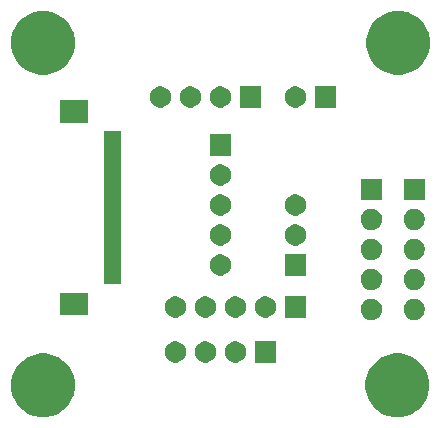
<source format=gbr>
G04 #@! TF.GenerationSoftware,KiCad,Pcbnew,5.1.5*
G04 #@! TF.CreationDate,2020-04-09T00:42:44+02:00*
G04 #@! TF.ProjectId,debug_control_board,64656275-675f-4636-9f6e-74726f6c5f62,rev?*
G04 #@! TF.SameCoordinates,Original*
G04 #@! TF.FileFunction,Soldermask,Bot*
G04 #@! TF.FilePolarity,Negative*
%FSLAX46Y46*%
G04 Gerber Fmt 4.6, Leading zero omitted, Abs format (unit mm)*
G04 Created by KiCad (PCBNEW 5.1.5) date 2020-04-09 00:42:44*
%MOMM*%
%LPD*%
G04 APERTURE LIST*
%ADD10C,0.100000*%
G04 APERTURE END LIST*
D10*
G36*
X147087852Y-100302797D02*
G01*
X147579402Y-100506404D01*
X147579403Y-100506405D01*
X148021787Y-100801996D01*
X148398004Y-101178213D01*
X148595512Y-101473805D01*
X148693596Y-101620598D01*
X148897203Y-102112148D01*
X149001000Y-102633973D01*
X149001000Y-103166027D01*
X148897203Y-103687852D01*
X148693596Y-104179402D01*
X148693595Y-104179403D01*
X148398004Y-104621787D01*
X148021787Y-104998004D01*
X147726195Y-105195512D01*
X147579402Y-105293596D01*
X147087852Y-105497203D01*
X146566027Y-105601000D01*
X146033973Y-105601000D01*
X145512148Y-105497203D01*
X145020598Y-105293596D01*
X144873805Y-105195512D01*
X144578213Y-104998004D01*
X144201996Y-104621787D01*
X143906405Y-104179403D01*
X143906404Y-104179402D01*
X143702797Y-103687852D01*
X143599000Y-103166027D01*
X143599000Y-102633973D01*
X143702797Y-102112148D01*
X143906404Y-101620598D01*
X144004488Y-101473805D01*
X144201996Y-101178213D01*
X144578213Y-100801996D01*
X145020597Y-100506405D01*
X145020598Y-100506404D01*
X145512148Y-100302797D01*
X146033973Y-100199000D01*
X146566027Y-100199000D01*
X147087852Y-100302797D01*
G37*
G36*
X117087852Y-100302797D02*
G01*
X117579402Y-100506404D01*
X117579403Y-100506405D01*
X118021787Y-100801996D01*
X118398004Y-101178213D01*
X118595512Y-101473805D01*
X118693596Y-101620598D01*
X118897203Y-102112148D01*
X119001000Y-102633973D01*
X119001000Y-103166027D01*
X118897203Y-103687852D01*
X118693596Y-104179402D01*
X118693595Y-104179403D01*
X118398004Y-104621787D01*
X118021787Y-104998004D01*
X117726195Y-105195512D01*
X117579402Y-105293596D01*
X117087852Y-105497203D01*
X116566027Y-105601000D01*
X116033973Y-105601000D01*
X115512148Y-105497203D01*
X115020598Y-105293596D01*
X114873805Y-105195512D01*
X114578213Y-104998004D01*
X114201996Y-104621787D01*
X113906405Y-104179403D01*
X113906404Y-104179402D01*
X113702797Y-103687852D01*
X113599000Y-103166027D01*
X113599000Y-102633973D01*
X113702797Y-102112148D01*
X113906404Y-101620598D01*
X114004488Y-101473805D01*
X114201996Y-101178213D01*
X114578213Y-100801996D01*
X115020597Y-100506405D01*
X115020598Y-100506404D01*
X115512148Y-100302797D01*
X116033973Y-100199000D01*
X116566027Y-100199000D01*
X117087852Y-100302797D01*
G37*
G36*
X132701512Y-99179927D02*
G01*
X132850812Y-99209624D01*
X133014784Y-99277544D01*
X133162354Y-99376147D01*
X133287853Y-99501646D01*
X133386456Y-99649216D01*
X133454376Y-99813188D01*
X133489000Y-99987259D01*
X133489000Y-100164741D01*
X133454376Y-100338812D01*
X133386456Y-100502784D01*
X133287853Y-100650354D01*
X133162354Y-100775853D01*
X133014784Y-100874456D01*
X132850812Y-100942376D01*
X132701512Y-100972073D01*
X132676742Y-100977000D01*
X132499258Y-100977000D01*
X132474488Y-100972073D01*
X132325188Y-100942376D01*
X132161216Y-100874456D01*
X132013646Y-100775853D01*
X131888147Y-100650354D01*
X131789544Y-100502784D01*
X131721624Y-100338812D01*
X131687000Y-100164741D01*
X131687000Y-99987259D01*
X131721624Y-99813188D01*
X131789544Y-99649216D01*
X131888147Y-99501646D01*
X132013646Y-99376147D01*
X132161216Y-99277544D01*
X132325188Y-99209624D01*
X132474488Y-99179927D01*
X132499258Y-99175000D01*
X132676742Y-99175000D01*
X132701512Y-99179927D01*
G37*
G36*
X130161512Y-99179927D02*
G01*
X130310812Y-99209624D01*
X130474784Y-99277544D01*
X130622354Y-99376147D01*
X130747853Y-99501646D01*
X130846456Y-99649216D01*
X130914376Y-99813188D01*
X130949000Y-99987259D01*
X130949000Y-100164741D01*
X130914376Y-100338812D01*
X130846456Y-100502784D01*
X130747853Y-100650354D01*
X130622354Y-100775853D01*
X130474784Y-100874456D01*
X130310812Y-100942376D01*
X130161512Y-100972073D01*
X130136742Y-100977000D01*
X129959258Y-100977000D01*
X129934488Y-100972073D01*
X129785188Y-100942376D01*
X129621216Y-100874456D01*
X129473646Y-100775853D01*
X129348147Y-100650354D01*
X129249544Y-100502784D01*
X129181624Y-100338812D01*
X129147000Y-100164741D01*
X129147000Y-99987259D01*
X129181624Y-99813188D01*
X129249544Y-99649216D01*
X129348147Y-99501646D01*
X129473646Y-99376147D01*
X129621216Y-99277544D01*
X129785188Y-99209624D01*
X129934488Y-99179927D01*
X129959258Y-99175000D01*
X130136742Y-99175000D01*
X130161512Y-99179927D01*
G37*
G36*
X127621512Y-99179927D02*
G01*
X127770812Y-99209624D01*
X127934784Y-99277544D01*
X128082354Y-99376147D01*
X128207853Y-99501646D01*
X128306456Y-99649216D01*
X128374376Y-99813188D01*
X128409000Y-99987259D01*
X128409000Y-100164741D01*
X128374376Y-100338812D01*
X128306456Y-100502784D01*
X128207853Y-100650354D01*
X128082354Y-100775853D01*
X127934784Y-100874456D01*
X127770812Y-100942376D01*
X127621512Y-100972073D01*
X127596742Y-100977000D01*
X127419258Y-100977000D01*
X127394488Y-100972073D01*
X127245188Y-100942376D01*
X127081216Y-100874456D01*
X126933646Y-100775853D01*
X126808147Y-100650354D01*
X126709544Y-100502784D01*
X126641624Y-100338812D01*
X126607000Y-100164741D01*
X126607000Y-99987259D01*
X126641624Y-99813188D01*
X126709544Y-99649216D01*
X126808147Y-99501646D01*
X126933646Y-99376147D01*
X127081216Y-99277544D01*
X127245188Y-99209624D01*
X127394488Y-99179927D01*
X127419258Y-99175000D01*
X127596742Y-99175000D01*
X127621512Y-99179927D01*
G37*
G36*
X136029000Y-100977000D02*
G01*
X134227000Y-100977000D01*
X134227000Y-99175000D01*
X136029000Y-99175000D01*
X136029000Y-100977000D01*
G37*
G36*
X147840513Y-95568928D02*
G01*
X147989813Y-95598625D01*
X148153785Y-95666545D01*
X148301355Y-95765148D01*
X148426854Y-95890647D01*
X148525457Y-96038217D01*
X148593377Y-96202189D01*
X148628001Y-96376260D01*
X148628001Y-96553742D01*
X148593377Y-96727813D01*
X148525457Y-96891785D01*
X148426854Y-97039355D01*
X148301355Y-97164854D01*
X148153785Y-97263457D01*
X147989813Y-97331377D01*
X147840513Y-97361074D01*
X147815743Y-97366001D01*
X147638259Y-97366001D01*
X147613489Y-97361074D01*
X147464189Y-97331377D01*
X147300217Y-97263457D01*
X147152647Y-97164854D01*
X147027148Y-97039355D01*
X146928545Y-96891785D01*
X146860625Y-96727813D01*
X146826001Y-96553742D01*
X146826001Y-96376260D01*
X146860625Y-96202189D01*
X146928545Y-96038217D01*
X147027148Y-95890647D01*
X147152647Y-95765148D01*
X147300217Y-95666545D01*
X147464189Y-95598625D01*
X147613489Y-95568928D01*
X147638259Y-95564001D01*
X147815743Y-95564001D01*
X147840513Y-95568928D01*
G37*
G36*
X144206513Y-95568928D02*
G01*
X144355813Y-95598625D01*
X144519785Y-95666545D01*
X144667355Y-95765148D01*
X144792854Y-95890647D01*
X144891457Y-96038217D01*
X144959377Y-96202189D01*
X144994001Y-96376260D01*
X144994001Y-96553742D01*
X144959377Y-96727813D01*
X144891457Y-96891785D01*
X144792854Y-97039355D01*
X144667355Y-97164854D01*
X144519785Y-97263457D01*
X144355813Y-97331377D01*
X144206513Y-97361074D01*
X144181743Y-97366001D01*
X144004259Y-97366001D01*
X143979489Y-97361074D01*
X143830189Y-97331377D01*
X143666217Y-97263457D01*
X143518647Y-97164854D01*
X143393148Y-97039355D01*
X143294545Y-96891785D01*
X143226625Y-96727813D01*
X143192001Y-96553742D01*
X143192001Y-96376260D01*
X143226625Y-96202189D01*
X143294545Y-96038217D01*
X143393148Y-95890647D01*
X143518647Y-95765148D01*
X143666217Y-95666545D01*
X143830189Y-95598625D01*
X143979489Y-95568928D01*
X144004259Y-95564001D01*
X144181743Y-95564001D01*
X144206513Y-95568928D01*
G37*
G36*
X132701512Y-95369927D02*
G01*
X132850812Y-95399624D01*
X133014784Y-95467544D01*
X133162354Y-95566147D01*
X133287853Y-95691646D01*
X133386456Y-95839216D01*
X133454376Y-96003188D01*
X133489000Y-96177259D01*
X133489000Y-96354741D01*
X133454376Y-96528812D01*
X133386456Y-96692784D01*
X133287853Y-96840354D01*
X133162354Y-96965853D01*
X133014784Y-97064456D01*
X132850812Y-97132376D01*
X132701512Y-97162073D01*
X132676742Y-97167000D01*
X132499258Y-97167000D01*
X132474488Y-97162073D01*
X132325188Y-97132376D01*
X132161216Y-97064456D01*
X132013646Y-96965853D01*
X131888147Y-96840354D01*
X131789544Y-96692784D01*
X131721624Y-96528812D01*
X131687000Y-96354741D01*
X131687000Y-96177259D01*
X131721624Y-96003188D01*
X131789544Y-95839216D01*
X131888147Y-95691646D01*
X132013646Y-95566147D01*
X132161216Y-95467544D01*
X132325188Y-95399624D01*
X132474488Y-95369927D01*
X132499258Y-95365000D01*
X132676742Y-95365000D01*
X132701512Y-95369927D01*
G37*
G36*
X135241512Y-95369927D02*
G01*
X135390812Y-95399624D01*
X135554784Y-95467544D01*
X135702354Y-95566147D01*
X135827853Y-95691646D01*
X135926456Y-95839216D01*
X135994376Y-96003188D01*
X136029000Y-96177259D01*
X136029000Y-96354741D01*
X135994376Y-96528812D01*
X135926456Y-96692784D01*
X135827853Y-96840354D01*
X135702354Y-96965853D01*
X135554784Y-97064456D01*
X135390812Y-97132376D01*
X135241512Y-97162073D01*
X135216742Y-97167000D01*
X135039258Y-97167000D01*
X135014488Y-97162073D01*
X134865188Y-97132376D01*
X134701216Y-97064456D01*
X134553646Y-96965853D01*
X134428147Y-96840354D01*
X134329544Y-96692784D01*
X134261624Y-96528812D01*
X134227000Y-96354741D01*
X134227000Y-96177259D01*
X134261624Y-96003188D01*
X134329544Y-95839216D01*
X134428147Y-95691646D01*
X134553646Y-95566147D01*
X134701216Y-95467544D01*
X134865188Y-95399624D01*
X135014488Y-95369927D01*
X135039258Y-95365000D01*
X135216742Y-95365000D01*
X135241512Y-95369927D01*
G37*
G36*
X130161512Y-95369927D02*
G01*
X130310812Y-95399624D01*
X130474784Y-95467544D01*
X130622354Y-95566147D01*
X130747853Y-95691646D01*
X130846456Y-95839216D01*
X130914376Y-96003188D01*
X130949000Y-96177259D01*
X130949000Y-96354741D01*
X130914376Y-96528812D01*
X130846456Y-96692784D01*
X130747853Y-96840354D01*
X130622354Y-96965853D01*
X130474784Y-97064456D01*
X130310812Y-97132376D01*
X130161512Y-97162073D01*
X130136742Y-97167000D01*
X129959258Y-97167000D01*
X129934488Y-97162073D01*
X129785188Y-97132376D01*
X129621216Y-97064456D01*
X129473646Y-96965853D01*
X129348147Y-96840354D01*
X129249544Y-96692784D01*
X129181624Y-96528812D01*
X129147000Y-96354741D01*
X129147000Y-96177259D01*
X129181624Y-96003188D01*
X129249544Y-95839216D01*
X129348147Y-95691646D01*
X129473646Y-95566147D01*
X129621216Y-95467544D01*
X129785188Y-95399624D01*
X129934488Y-95369927D01*
X129959258Y-95365000D01*
X130136742Y-95365000D01*
X130161512Y-95369927D01*
G37*
G36*
X127621512Y-95369927D02*
G01*
X127770812Y-95399624D01*
X127934784Y-95467544D01*
X128082354Y-95566147D01*
X128207853Y-95691646D01*
X128306456Y-95839216D01*
X128374376Y-96003188D01*
X128409000Y-96177259D01*
X128409000Y-96354741D01*
X128374376Y-96528812D01*
X128306456Y-96692784D01*
X128207853Y-96840354D01*
X128082354Y-96965853D01*
X127934784Y-97064456D01*
X127770812Y-97132376D01*
X127621512Y-97162073D01*
X127596742Y-97167000D01*
X127419258Y-97167000D01*
X127394488Y-97162073D01*
X127245188Y-97132376D01*
X127081216Y-97064456D01*
X126933646Y-96965853D01*
X126808147Y-96840354D01*
X126709544Y-96692784D01*
X126641624Y-96528812D01*
X126607000Y-96354741D01*
X126607000Y-96177259D01*
X126641624Y-96003188D01*
X126709544Y-95839216D01*
X126808147Y-95691646D01*
X126933646Y-95566147D01*
X127081216Y-95467544D01*
X127245188Y-95399624D01*
X127394488Y-95369927D01*
X127419258Y-95365000D01*
X127596742Y-95365000D01*
X127621512Y-95369927D01*
G37*
G36*
X138569000Y-97167000D02*
G01*
X136767000Y-97167000D01*
X136767000Y-95365000D01*
X138569000Y-95365000D01*
X138569000Y-97167000D01*
G37*
G36*
X120081000Y-96951000D02*
G01*
X117779000Y-96951000D01*
X117779000Y-95049000D01*
X120081000Y-95049000D01*
X120081000Y-96951000D01*
G37*
G36*
X144206513Y-93028928D02*
G01*
X144355813Y-93058625D01*
X144519785Y-93126545D01*
X144667355Y-93225148D01*
X144792854Y-93350647D01*
X144891457Y-93498217D01*
X144959377Y-93662189D01*
X144994001Y-93836260D01*
X144994001Y-94013742D01*
X144959377Y-94187813D01*
X144891457Y-94351785D01*
X144792854Y-94499355D01*
X144667355Y-94624854D01*
X144519785Y-94723457D01*
X144355813Y-94791377D01*
X144206513Y-94821074D01*
X144181743Y-94826001D01*
X144004259Y-94826001D01*
X143979489Y-94821074D01*
X143830189Y-94791377D01*
X143666217Y-94723457D01*
X143518647Y-94624854D01*
X143393148Y-94499355D01*
X143294545Y-94351785D01*
X143226625Y-94187813D01*
X143192001Y-94013742D01*
X143192001Y-93836260D01*
X143226625Y-93662189D01*
X143294545Y-93498217D01*
X143393148Y-93350647D01*
X143518647Y-93225148D01*
X143666217Y-93126545D01*
X143830189Y-93058625D01*
X143979489Y-93028928D01*
X144004259Y-93024001D01*
X144181743Y-93024001D01*
X144206513Y-93028928D01*
G37*
G36*
X147840513Y-93028928D02*
G01*
X147989813Y-93058625D01*
X148153785Y-93126545D01*
X148301355Y-93225148D01*
X148426854Y-93350647D01*
X148525457Y-93498217D01*
X148593377Y-93662189D01*
X148628001Y-93836260D01*
X148628001Y-94013742D01*
X148593377Y-94187813D01*
X148525457Y-94351785D01*
X148426854Y-94499355D01*
X148301355Y-94624854D01*
X148153785Y-94723457D01*
X147989813Y-94791377D01*
X147840513Y-94821074D01*
X147815743Y-94826001D01*
X147638259Y-94826001D01*
X147613489Y-94821074D01*
X147464189Y-94791377D01*
X147300217Y-94723457D01*
X147152647Y-94624854D01*
X147027148Y-94499355D01*
X146928545Y-94351785D01*
X146860625Y-94187813D01*
X146826001Y-94013742D01*
X146826001Y-93836260D01*
X146860625Y-93662189D01*
X146928545Y-93498217D01*
X147027148Y-93350647D01*
X147152647Y-93225148D01*
X147300217Y-93126545D01*
X147464189Y-93058625D01*
X147613489Y-93028928D01*
X147638259Y-93024001D01*
X147815743Y-93024001D01*
X147840513Y-93028928D01*
G37*
G36*
X122881000Y-94301000D02*
G01*
X121479000Y-94301000D01*
X121479000Y-81399000D01*
X122881000Y-81399000D01*
X122881000Y-94301000D01*
G37*
G36*
X131431512Y-91813927D02*
G01*
X131580812Y-91843624D01*
X131744784Y-91911544D01*
X131892354Y-92010147D01*
X132017853Y-92135646D01*
X132116456Y-92283216D01*
X132184376Y-92447188D01*
X132219000Y-92621259D01*
X132219000Y-92798741D01*
X132184376Y-92972812D01*
X132116456Y-93136784D01*
X132017853Y-93284354D01*
X131892354Y-93409853D01*
X131744784Y-93508456D01*
X131580812Y-93576376D01*
X131431512Y-93606073D01*
X131406742Y-93611000D01*
X131229258Y-93611000D01*
X131204488Y-93606073D01*
X131055188Y-93576376D01*
X130891216Y-93508456D01*
X130743646Y-93409853D01*
X130618147Y-93284354D01*
X130519544Y-93136784D01*
X130451624Y-92972812D01*
X130417000Y-92798741D01*
X130417000Y-92621259D01*
X130451624Y-92447188D01*
X130519544Y-92283216D01*
X130618147Y-92135646D01*
X130743646Y-92010147D01*
X130891216Y-91911544D01*
X131055188Y-91843624D01*
X131204488Y-91813927D01*
X131229258Y-91809000D01*
X131406742Y-91809000D01*
X131431512Y-91813927D01*
G37*
G36*
X138569000Y-93611000D02*
G01*
X136767000Y-93611000D01*
X136767000Y-91809000D01*
X138569000Y-91809000D01*
X138569000Y-93611000D01*
G37*
G36*
X147840513Y-90488928D02*
G01*
X147989813Y-90518625D01*
X148153785Y-90586545D01*
X148301355Y-90685148D01*
X148426854Y-90810647D01*
X148525457Y-90958217D01*
X148593377Y-91122189D01*
X148628001Y-91296260D01*
X148628001Y-91473742D01*
X148593377Y-91647813D01*
X148525457Y-91811785D01*
X148426854Y-91959355D01*
X148301355Y-92084854D01*
X148153785Y-92183457D01*
X147989813Y-92251377D01*
X147840513Y-92281074D01*
X147815743Y-92286001D01*
X147638259Y-92286001D01*
X147613489Y-92281074D01*
X147464189Y-92251377D01*
X147300217Y-92183457D01*
X147152647Y-92084854D01*
X147027148Y-91959355D01*
X146928545Y-91811785D01*
X146860625Y-91647813D01*
X146826001Y-91473742D01*
X146826001Y-91296260D01*
X146860625Y-91122189D01*
X146928545Y-90958217D01*
X147027148Y-90810647D01*
X147152647Y-90685148D01*
X147300217Y-90586545D01*
X147464189Y-90518625D01*
X147613489Y-90488928D01*
X147638259Y-90484001D01*
X147815743Y-90484001D01*
X147840513Y-90488928D01*
G37*
G36*
X144206513Y-90488928D02*
G01*
X144355813Y-90518625D01*
X144519785Y-90586545D01*
X144667355Y-90685148D01*
X144792854Y-90810647D01*
X144891457Y-90958217D01*
X144959377Y-91122189D01*
X144994001Y-91296260D01*
X144994001Y-91473742D01*
X144959377Y-91647813D01*
X144891457Y-91811785D01*
X144792854Y-91959355D01*
X144667355Y-92084854D01*
X144519785Y-92183457D01*
X144355813Y-92251377D01*
X144206513Y-92281074D01*
X144181743Y-92286001D01*
X144004259Y-92286001D01*
X143979489Y-92281074D01*
X143830189Y-92251377D01*
X143666217Y-92183457D01*
X143518647Y-92084854D01*
X143393148Y-91959355D01*
X143294545Y-91811785D01*
X143226625Y-91647813D01*
X143192001Y-91473742D01*
X143192001Y-91296260D01*
X143226625Y-91122189D01*
X143294545Y-90958217D01*
X143393148Y-90810647D01*
X143518647Y-90685148D01*
X143666217Y-90586545D01*
X143830189Y-90518625D01*
X143979489Y-90488928D01*
X144004259Y-90484001D01*
X144181743Y-90484001D01*
X144206513Y-90488928D01*
G37*
G36*
X137781512Y-89273927D02*
G01*
X137930812Y-89303624D01*
X138094784Y-89371544D01*
X138242354Y-89470147D01*
X138367853Y-89595646D01*
X138466456Y-89743216D01*
X138534376Y-89907188D01*
X138569000Y-90081259D01*
X138569000Y-90258741D01*
X138534376Y-90432812D01*
X138466456Y-90596784D01*
X138367853Y-90744354D01*
X138242354Y-90869853D01*
X138094784Y-90968456D01*
X137930812Y-91036376D01*
X137781512Y-91066073D01*
X137756742Y-91071000D01*
X137579258Y-91071000D01*
X137554488Y-91066073D01*
X137405188Y-91036376D01*
X137241216Y-90968456D01*
X137093646Y-90869853D01*
X136968147Y-90744354D01*
X136869544Y-90596784D01*
X136801624Y-90432812D01*
X136767000Y-90258741D01*
X136767000Y-90081259D01*
X136801624Y-89907188D01*
X136869544Y-89743216D01*
X136968147Y-89595646D01*
X137093646Y-89470147D01*
X137241216Y-89371544D01*
X137405188Y-89303624D01*
X137554488Y-89273927D01*
X137579258Y-89269000D01*
X137756742Y-89269000D01*
X137781512Y-89273927D01*
G37*
G36*
X131431512Y-89273927D02*
G01*
X131580812Y-89303624D01*
X131744784Y-89371544D01*
X131892354Y-89470147D01*
X132017853Y-89595646D01*
X132116456Y-89743216D01*
X132184376Y-89907188D01*
X132219000Y-90081259D01*
X132219000Y-90258741D01*
X132184376Y-90432812D01*
X132116456Y-90596784D01*
X132017853Y-90744354D01*
X131892354Y-90869853D01*
X131744784Y-90968456D01*
X131580812Y-91036376D01*
X131431512Y-91066073D01*
X131406742Y-91071000D01*
X131229258Y-91071000D01*
X131204488Y-91066073D01*
X131055188Y-91036376D01*
X130891216Y-90968456D01*
X130743646Y-90869853D01*
X130618147Y-90744354D01*
X130519544Y-90596784D01*
X130451624Y-90432812D01*
X130417000Y-90258741D01*
X130417000Y-90081259D01*
X130451624Y-89907188D01*
X130519544Y-89743216D01*
X130618147Y-89595646D01*
X130743646Y-89470147D01*
X130891216Y-89371544D01*
X131055188Y-89303624D01*
X131204488Y-89273927D01*
X131229258Y-89269000D01*
X131406742Y-89269000D01*
X131431512Y-89273927D01*
G37*
G36*
X144206513Y-87948928D02*
G01*
X144355813Y-87978625D01*
X144519785Y-88046545D01*
X144667355Y-88145148D01*
X144792854Y-88270647D01*
X144891457Y-88418217D01*
X144959377Y-88582189D01*
X144994001Y-88756260D01*
X144994001Y-88933742D01*
X144959377Y-89107813D01*
X144891457Y-89271785D01*
X144792854Y-89419355D01*
X144667355Y-89544854D01*
X144519785Y-89643457D01*
X144355813Y-89711377D01*
X144206513Y-89741074D01*
X144181743Y-89746001D01*
X144004259Y-89746001D01*
X143979489Y-89741074D01*
X143830189Y-89711377D01*
X143666217Y-89643457D01*
X143518647Y-89544854D01*
X143393148Y-89419355D01*
X143294545Y-89271785D01*
X143226625Y-89107813D01*
X143192001Y-88933742D01*
X143192001Y-88756260D01*
X143226625Y-88582189D01*
X143294545Y-88418217D01*
X143393148Y-88270647D01*
X143518647Y-88145148D01*
X143666217Y-88046545D01*
X143830189Y-87978625D01*
X143979489Y-87948928D01*
X144004259Y-87944001D01*
X144181743Y-87944001D01*
X144206513Y-87948928D01*
G37*
G36*
X147840513Y-87948928D02*
G01*
X147989813Y-87978625D01*
X148153785Y-88046545D01*
X148301355Y-88145148D01*
X148426854Y-88270647D01*
X148525457Y-88418217D01*
X148593377Y-88582189D01*
X148628001Y-88756260D01*
X148628001Y-88933742D01*
X148593377Y-89107813D01*
X148525457Y-89271785D01*
X148426854Y-89419355D01*
X148301355Y-89544854D01*
X148153785Y-89643457D01*
X147989813Y-89711377D01*
X147840513Y-89741074D01*
X147815743Y-89746001D01*
X147638259Y-89746001D01*
X147613489Y-89741074D01*
X147464189Y-89711377D01*
X147300217Y-89643457D01*
X147152647Y-89544854D01*
X147027148Y-89419355D01*
X146928545Y-89271785D01*
X146860625Y-89107813D01*
X146826001Y-88933742D01*
X146826001Y-88756260D01*
X146860625Y-88582189D01*
X146928545Y-88418217D01*
X147027148Y-88270647D01*
X147152647Y-88145148D01*
X147300217Y-88046545D01*
X147464189Y-87978625D01*
X147613489Y-87948928D01*
X147638259Y-87944001D01*
X147815743Y-87944001D01*
X147840513Y-87948928D01*
G37*
G36*
X137781512Y-86733927D02*
G01*
X137930812Y-86763624D01*
X138094784Y-86831544D01*
X138242354Y-86930147D01*
X138367853Y-87055646D01*
X138466456Y-87203216D01*
X138534376Y-87367188D01*
X138569000Y-87541259D01*
X138569000Y-87718741D01*
X138534376Y-87892812D01*
X138466456Y-88056784D01*
X138367853Y-88204354D01*
X138242354Y-88329853D01*
X138094784Y-88428456D01*
X137930812Y-88496376D01*
X137781512Y-88526073D01*
X137756742Y-88531000D01*
X137579258Y-88531000D01*
X137554488Y-88526073D01*
X137405188Y-88496376D01*
X137241216Y-88428456D01*
X137093646Y-88329853D01*
X136968147Y-88204354D01*
X136869544Y-88056784D01*
X136801624Y-87892812D01*
X136767000Y-87718741D01*
X136767000Y-87541259D01*
X136801624Y-87367188D01*
X136869544Y-87203216D01*
X136968147Y-87055646D01*
X137093646Y-86930147D01*
X137241216Y-86831544D01*
X137405188Y-86763624D01*
X137554488Y-86733927D01*
X137579258Y-86729000D01*
X137756742Y-86729000D01*
X137781512Y-86733927D01*
G37*
G36*
X131431512Y-86733927D02*
G01*
X131580812Y-86763624D01*
X131744784Y-86831544D01*
X131892354Y-86930147D01*
X132017853Y-87055646D01*
X132116456Y-87203216D01*
X132184376Y-87367188D01*
X132219000Y-87541259D01*
X132219000Y-87718741D01*
X132184376Y-87892812D01*
X132116456Y-88056784D01*
X132017853Y-88204354D01*
X131892354Y-88329853D01*
X131744784Y-88428456D01*
X131580812Y-88496376D01*
X131431512Y-88526073D01*
X131406742Y-88531000D01*
X131229258Y-88531000D01*
X131204488Y-88526073D01*
X131055188Y-88496376D01*
X130891216Y-88428456D01*
X130743646Y-88329853D01*
X130618147Y-88204354D01*
X130519544Y-88056784D01*
X130451624Y-87892812D01*
X130417000Y-87718741D01*
X130417000Y-87541259D01*
X130451624Y-87367188D01*
X130519544Y-87203216D01*
X130618147Y-87055646D01*
X130743646Y-86930147D01*
X130891216Y-86831544D01*
X131055188Y-86763624D01*
X131204488Y-86733927D01*
X131229258Y-86729000D01*
X131406742Y-86729000D01*
X131431512Y-86733927D01*
G37*
G36*
X144994001Y-87206001D02*
G01*
X143192001Y-87206001D01*
X143192001Y-85404001D01*
X144994001Y-85404001D01*
X144994001Y-87206001D01*
G37*
G36*
X148628001Y-87206001D02*
G01*
X146826001Y-87206001D01*
X146826001Y-85404001D01*
X148628001Y-85404001D01*
X148628001Y-87206001D01*
G37*
G36*
X131431512Y-84193927D02*
G01*
X131580812Y-84223624D01*
X131744784Y-84291544D01*
X131892354Y-84390147D01*
X132017853Y-84515646D01*
X132116456Y-84663216D01*
X132184376Y-84827188D01*
X132219000Y-85001259D01*
X132219000Y-85178741D01*
X132184376Y-85352812D01*
X132116456Y-85516784D01*
X132017853Y-85664354D01*
X131892354Y-85789853D01*
X131744784Y-85888456D01*
X131580812Y-85956376D01*
X131431512Y-85986073D01*
X131406742Y-85991000D01*
X131229258Y-85991000D01*
X131204488Y-85986073D01*
X131055188Y-85956376D01*
X130891216Y-85888456D01*
X130743646Y-85789853D01*
X130618147Y-85664354D01*
X130519544Y-85516784D01*
X130451624Y-85352812D01*
X130417000Y-85178741D01*
X130417000Y-85001259D01*
X130451624Y-84827188D01*
X130519544Y-84663216D01*
X130618147Y-84515646D01*
X130743646Y-84390147D01*
X130891216Y-84291544D01*
X131055188Y-84223624D01*
X131204488Y-84193927D01*
X131229258Y-84189000D01*
X131406742Y-84189000D01*
X131431512Y-84193927D01*
G37*
G36*
X132219000Y-83451000D02*
G01*
X130417000Y-83451000D01*
X130417000Y-81649000D01*
X132219000Y-81649000D01*
X132219000Y-83451000D01*
G37*
G36*
X120081000Y-80651000D02*
G01*
X117779000Y-80651000D01*
X117779000Y-78749000D01*
X120081000Y-78749000D01*
X120081000Y-80651000D01*
G37*
G36*
X141109000Y-79387000D02*
G01*
X139307000Y-79387000D01*
X139307000Y-77585000D01*
X141109000Y-77585000D01*
X141109000Y-79387000D01*
G37*
G36*
X137781512Y-77589927D02*
G01*
X137930812Y-77619624D01*
X138094784Y-77687544D01*
X138242354Y-77786147D01*
X138367853Y-77911646D01*
X138466456Y-78059216D01*
X138534376Y-78223188D01*
X138569000Y-78397259D01*
X138569000Y-78574741D01*
X138534376Y-78748812D01*
X138466456Y-78912784D01*
X138367853Y-79060354D01*
X138242354Y-79185853D01*
X138094784Y-79284456D01*
X137930812Y-79352376D01*
X137781512Y-79382073D01*
X137756742Y-79387000D01*
X137579258Y-79387000D01*
X137554488Y-79382073D01*
X137405188Y-79352376D01*
X137241216Y-79284456D01*
X137093646Y-79185853D01*
X136968147Y-79060354D01*
X136869544Y-78912784D01*
X136801624Y-78748812D01*
X136767000Y-78574741D01*
X136767000Y-78397259D01*
X136801624Y-78223188D01*
X136869544Y-78059216D01*
X136968147Y-77911646D01*
X137093646Y-77786147D01*
X137241216Y-77687544D01*
X137405188Y-77619624D01*
X137554488Y-77589927D01*
X137579258Y-77585000D01*
X137756742Y-77585000D01*
X137781512Y-77589927D01*
G37*
G36*
X126351512Y-77589927D02*
G01*
X126500812Y-77619624D01*
X126664784Y-77687544D01*
X126812354Y-77786147D01*
X126937853Y-77911646D01*
X127036456Y-78059216D01*
X127104376Y-78223188D01*
X127139000Y-78397259D01*
X127139000Y-78574741D01*
X127104376Y-78748812D01*
X127036456Y-78912784D01*
X126937853Y-79060354D01*
X126812354Y-79185853D01*
X126664784Y-79284456D01*
X126500812Y-79352376D01*
X126351512Y-79382073D01*
X126326742Y-79387000D01*
X126149258Y-79387000D01*
X126124488Y-79382073D01*
X125975188Y-79352376D01*
X125811216Y-79284456D01*
X125663646Y-79185853D01*
X125538147Y-79060354D01*
X125439544Y-78912784D01*
X125371624Y-78748812D01*
X125337000Y-78574741D01*
X125337000Y-78397259D01*
X125371624Y-78223188D01*
X125439544Y-78059216D01*
X125538147Y-77911646D01*
X125663646Y-77786147D01*
X125811216Y-77687544D01*
X125975188Y-77619624D01*
X126124488Y-77589927D01*
X126149258Y-77585000D01*
X126326742Y-77585000D01*
X126351512Y-77589927D01*
G37*
G36*
X134759000Y-79387000D02*
G01*
X132957000Y-79387000D01*
X132957000Y-77585000D01*
X134759000Y-77585000D01*
X134759000Y-79387000D01*
G37*
G36*
X131431512Y-77589927D02*
G01*
X131580812Y-77619624D01*
X131744784Y-77687544D01*
X131892354Y-77786147D01*
X132017853Y-77911646D01*
X132116456Y-78059216D01*
X132184376Y-78223188D01*
X132219000Y-78397259D01*
X132219000Y-78574741D01*
X132184376Y-78748812D01*
X132116456Y-78912784D01*
X132017853Y-79060354D01*
X131892354Y-79185853D01*
X131744784Y-79284456D01*
X131580812Y-79352376D01*
X131431512Y-79382073D01*
X131406742Y-79387000D01*
X131229258Y-79387000D01*
X131204488Y-79382073D01*
X131055188Y-79352376D01*
X130891216Y-79284456D01*
X130743646Y-79185853D01*
X130618147Y-79060354D01*
X130519544Y-78912784D01*
X130451624Y-78748812D01*
X130417000Y-78574741D01*
X130417000Y-78397259D01*
X130451624Y-78223188D01*
X130519544Y-78059216D01*
X130618147Y-77911646D01*
X130743646Y-77786147D01*
X130891216Y-77687544D01*
X131055188Y-77619624D01*
X131204488Y-77589927D01*
X131229258Y-77585000D01*
X131406742Y-77585000D01*
X131431512Y-77589927D01*
G37*
G36*
X128891512Y-77589927D02*
G01*
X129040812Y-77619624D01*
X129204784Y-77687544D01*
X129352354Y-77786147D01*
X129477853Y-77911646D01*
X129576456Y-78059216D01*
X129644376Y-78223188D01*
X129679000Y-78397259D01*
X129679000Y-78574741D01*
X129644376Y-78748812D01*
X129576456Y-78912784D01*
X129477853Y-79060354D01*
X129352354Y-79185853D01*
X129204784Y-79284456D01*
X129040812Y-79352376D01*
X128891512Y-79382073D01*
X128866742Y-79387000D01*
X128689258Y-79387000D01*
X128664488Y-79382073D01*
X128515188Y-79352376D01*
X128351216Y-79284456D01*
X128203646Y-79185853D01*
X128078147Y-79060354D01*
X127979544Y-78912784D01*
X127911624Y-78748812D01*
X127877000Y-78574741D01*
X127877000Y-78397259D01*
X127911624Y-78223188D01*
X127979544Y-78059216D01*
X128078147Y-77911646D01*
X128203646Y-77786147D01*
X128351216Y-77687544D01*
X128515188Y-77619624D01*
X128664488Y-77589927D01*
X128689258Y-77585000D01*
X128866742Y-77585000D01*
X128891512Y-77589927D01*
G37*
G36*
X147162852Y-71302797D02*
G01*
X147654402Y-71506404D01*
X147654403Y-71506405D01*
X148096787Y-71801996D01*
X148473004Y-72178213D01*
X148670512Y-72473805D01*
X148768596Y-72620598D01*
X148972203Y-73112148D01*
X149076000Y-73633973D01*
X149076000Y-74166027D01*
X148972203Y-74687852D01*
X148768596Y-75179402D01*
X148768595Y-75179403D01*
X148473004Y-75621787D01*
X148096787Y-75998004D01*
X147801195Y-76195512D01*
X147654402Y-76293596D01*
X147162852Y-76497203D01*
X146641027Y-76601000D01*
X146108973Y-76601000D01*
X145587148Y-76497203D01*
X145095598Y-76293596D01*
X144948805Y-76195512D01*
X144653213Y-75998004D01*
X144276996Y-75621787D01*
X143981405Y-75179403D01*
X143981404Y-75179402D01*
X143777797Y-74687852D01*
X143674000Y-74166027D01*
X143674000Y-73633973D01*
X143777797Y-73112148D01*
X143981404Y-72620598D01*
X144079488Y-72473805D01*
X144276996Y-72178213D01*
X144653213Y-71801996D01*
X145095597Y-71506405D01*
X145095598Y-71506404D01*
X145587148Y-71302797D01*
X146108973Y-71199000D01*
X146641027Y-71199000D01*
X147162852Y-71302797D01*
G37*
G36*
X117087852Y-71302797D02*
G01*
X117579402Y-71506404D01*
X117579403Y-71506405D01*
X118021787Y-71801996D01*
X118398004Y-72178213D01*
X118595512Y-72473805D01*
X118693596Y-72620598D01*
X118897203Y-73112148D01*
X119001000Y-73633973D01*
X119001000Y-74166027D01*
X118897203Y-74687852D01*
X118693596Y-75179402D01*
X118693595Y-75179403D01*
X118398004Y-75621787D01*
X118021787Y-75998004D01*
X117726195Y-76195512D01*
X117579402Y-76293596D01*
X117087852Y-76497203D01*
X116566027Y-76601000D01*
X116033973Y-76601000D01*
X115512148Y-76497203D01*
X115020598Y-76293596D01*
X114873805Y-76195512D01*
X114578213Y-75998004D01*
X114201996Y-75621787D01*
X113906405Y-75179403D01*
X113906404Y-75179402D01*
X113702797Y-74687852D01*
X113599000Y-74166027D01*
X113599000Y-73633973D01*
X113702797Y-73112148D01*
X113906404Y-72620598D01*
X114004488Y-72473805D01*
X114201996Y-72178213D01*
X114578213Y-71801996D01*
X115020597Y-71506405D01*
X115020598Y-71506404D01*
X115512148Y-71302797D01*
X116033973Y-71199000D01*
X116566027Y-71199000D01*
X117087852Y-71302797D01*
G37*
M02*

</source>
